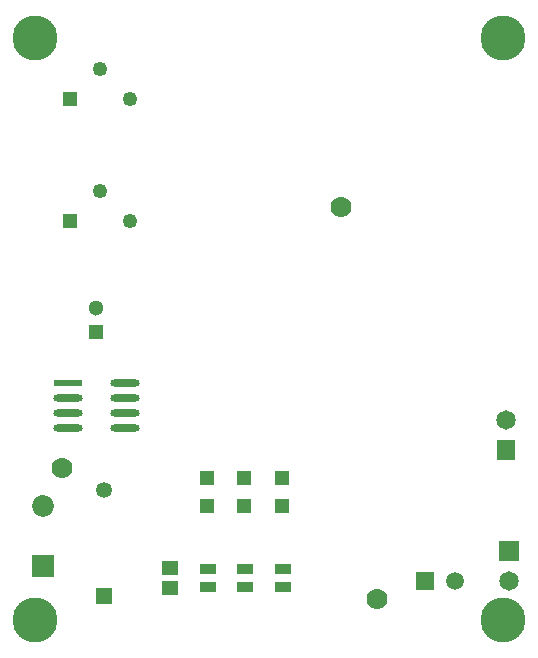
<source format=gbr>
%TF.GenerationSoftware,Altium Limited,Altium Designer,20.0.10 (225)*%
G04 Layer_Color=255*
%FSLAX26Y26*%
%MOIN*%
%TF.FileFunction,Pads,Top*%
%TF.Part,Single*%
G01*
G75*
%TA.AperFunction,SMDPad,CuDef*%
G04:AMPARAMS|DCode=10|XSize=97.211mil|YSize=24.493mil|CornerRadius=12.247mil|HoleSize=0mil|Usage=FLASHONLY|Rotation=0.000|XOffset=0mil|YOffset=0mil|HoleType=Round|Shape=RoundedRectangle|*
%AMROUNDEDRECTD10*
21,1,0.097211,0.000000,0,0,0.0*
21,1,0.072718,0.024493,0,0,0.0*
1,1,0.024493,0.036359,0.000000*
1,1,0.024493,-0.036359,0.000000*
1,1,0.024493,-0.036359,0.000000*
1,1,0.024493,0.036359,0.000000*
%
%ADD10ROUNDEDRECTD10*%
%ADD11R,0.097211X0.024493*%
%ADD12R,0.053150X0.037402*%
%ADD13R,0.053627X0.045581*%
%ADD14R,0.045276X0.045276*%
%TA.AperFunction,ViaPad*%
%ADD16C,0.150000*%
%TA.AperFunction,ComponentPad*%
%ADD17R,0.059055X0.059055*%
%ADD18C,0.059055*%
%TA.AperFunction,ViaPad*%
%ADD19C,0.070000*%
%TA.AperFunction,ComponentPad*%
%ADD20R,0.072835X0.072835*%
%ADD21C,0.072835*%
%ADD22R,0.053150X0.053150*%
%ADD23C,0.053150*%
%ADD24C,0.051181*%
%ADD25R,0.051181X0.051181*%
%ADD26R,0.049213X0.049213*%
%ADD27C,0.049213*%
%ADD28R,0.065000X0.065000*%
%ADD29C,0.065000*%
%ADD30R,0.059055X0.065000*%
D10*
X3689689Y1900000D02*
D03*
Y1850000D02*
D03*
Y1800000D02*
D03*
Y1750000D02*
D03*
X3499642D02*
D03*
Y1800000D02*
D03*
Y1850000D02*
D03*
D11*
Y1900000D02*
D03*
D12*
X4215000Y1220472D02*
D03*
Y1279528D02*
D03*
X4089920Y1220472D02*
D03*
Y1279528D02*
D03*
X3964841Y1220472D02*
D03*
Y1279528D02*
D03*
D13*
X3840000Y1217434D02*
D03*
Y1282566D02*
D03*
D14*
X4211063Y1488740D02*
D03*
Y1581260D02*
D03*
X4085983Y1488740D02*
D03*
Y1581260D02*
D03*
X3960904Y1488740D02*
D03*
Y1581260D02*
D03*
D16*
X4950000Y1110000D02*
D03*
X3390000D02*
D03*
X4950000Y3050000D02*
D03*
X3390000D02*
D03*
D17*
X4690000Y1240000D02*
D03*
D18*
X4790000D02*
D03*
D19*
X3480000Y1615000D02*
D03*
X4530000Y1180000D02*
D03*
X4410000Y2485000D02*
D03*
D20*
X3415000Y1290000D02*
D03*
D21*
Y1490000D02*
D03*
D22*
X3620000Y1187835D02*
D03*
D23*
Y1542165D02*
D03*
D24*
X3590728Y2149370D02*
D03*
D25*
Y2070630D02*
D03*
D26*
X3505000Y2846378D02*
D03*
Y2440000D02*
D03*
D27*
X3605000Y2946378D02*
D03*
X3705000Y2846378D02*
D03*
X3605000Y2540000D02*
D03*
X3705000Y2440000D02*
D03*
D28*
X4970000Y1340000D02*
D03*
D29*
Y1240000D02*
D03*
X4960000Y1775000D02*
D03*
D30*
Y1675000D02*
D03*
%TF.MD5,93e1e7e391d5af2c4b9e0a9644654fe8*%
M02*

</source>
